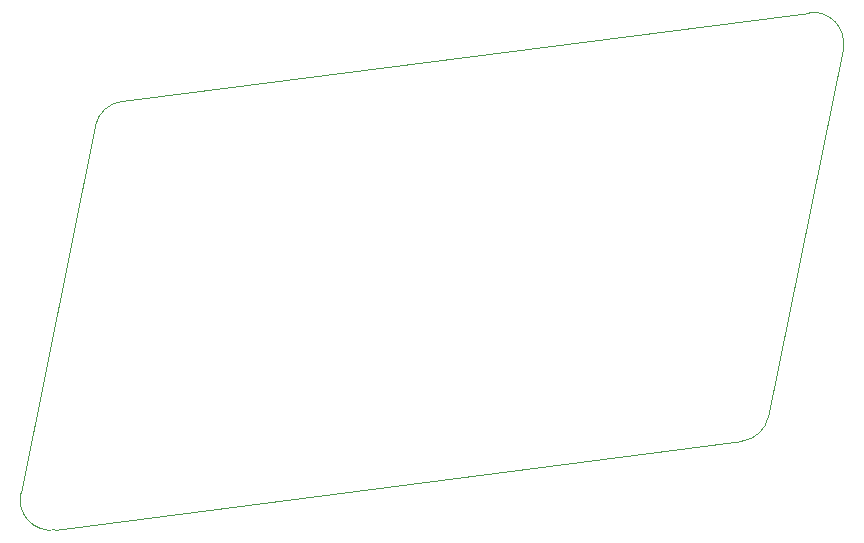
<source format=gm1>
G04*
G04 #@! TF.GenerationSoftware,Altium Limited,Altium Designer,23.3.1 (30)*
G04*
G04 Layer_Color=152*
%FSLAX44Y44*%
%MOMM*%
G71*
G04*
G04 #@! TF.SameCoordinates,9821F40D-38B2-4F82-885C-9BFABF201401*
G04*
G04*
G04 #@! TF.FilePolarity,Positive*
G04*
G01*
G75*
%ADD10C,0.0127*%
D10*
X51786Y31282D02*
G03*
X80634Y279I25509J-5187D01*
G01*
X662681Y75557D02*
G03*
X684851Y96187I-3339J25816D01*
G01*
X748120Y407350D02*
G03*
X719272Y438353I-25509J5187D01*
G01*
X137225Y363074D02*
G03*
X115055Y342445I3339J-25816D01*
G01*
X684851Y96187D02*
X748120Y407350D01*
X137225Y363074D02*
X719272Y438353D01*
X80634Y279D02*
X662681Y75557D01*
X51786Y31282D02*
X115055Y342445D01*
M02*

</source>
